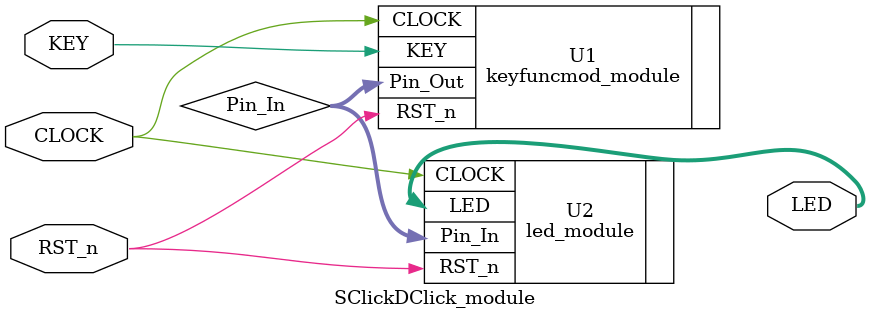
<source format=v>
module SClickDClick_module
(
    CLOCK, RST_n, 
	 KEY, 
	 LED
);
    
	 input CLOCK;
	 input RST_n;
	 input KEY;
	 output [1:0]LED;
	 
	 /**************************/
	 
	 wire [1:0]Pin_In;
//	 wire L2H_Sig;

	 keyfuncmod_module U1
	 (
	     .CLOCK( CLOCK ),
		  .RST_n( RST_n ),
		  .KEY( KEY ),   // input - from top
		  .Pin_Out( Pin_In ) // output - to U2
	 );
	 
	 /**************************/

	 led_module U2
	 (
	     .CLOCK( CLOCK ),
		  .RST_n( RST_n ),
		  .Pin_In( Pin_In ), // input - from U1
		  .LED( LED )  // output - to top
	 );
	 
	 /*******************************/

endmodule
</source>
